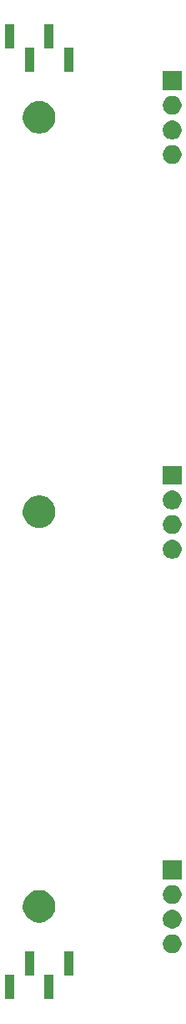
<source format=gts>
G04 #@! TF.GenerationSoftware,KiCad,Pcbnew,(5.0.2)-1*
G04 #@! TF.CreationDate,2019-10-12T15:34:41+09:00*
G04 #@! TF.ProjectId,relay,72656c61-792e-46b6-9963-61645f706362,rev?*
G04 #@! TF.SameCoordinates,Original*
G04 #@! TF.FileFunction,Soldermask,Top*
G04 #@! TF.FilePolarity,Negative*
%FSLAX46Y46*%
G04 Gerber Fmt 4.6, Leading zero omitted, Abs format (unit mm)*
G04 Created by KiCad (PCBNEW (5.0.2)-1) date 2019/10/12 15:34:41*
%MOMM*%
%LPD*%
G01*
G04 APERTURE LIST*
%ADD10C,0.100000*%
G04 APERTURE END LIST*
D10*
G36*
X146476000Y-144401000D02*
X145524000Y-144401000D01*
X145524000Y-141949000D01*
X146476000Y-141949000D01*
X146476000Y-144401000D01*
X146476000Y-144401000D01*
G37*
G36*
X142476000Y-144401000D02*
X141524000Y-144401000D01*
X141524000Y-141949000D01*
X142476000Y-141949000D01*
X142476000Y-144401000D01*
X142476000Y-144401000D01*
G37*
G36*
X144476000Y-142051000D02*
X143524000Y-142051000D01*
X143524000Y-139599000D01*
X144476000Y-139599000D01*
X144476000Y-142051000D01*
X144476000Y-142051000D01*
G37*
G36*
X148476000Y-142051000D02*
X147524000Y-142051000D01*
X147524000Y-139599000D01*
X148476000Y-139599000D01*
X148476000Y-142051000D01*
X148476000Y-142051000D01*
G37*
G36*
X158777396Y-137885546D02*
X158950466Y-137957234D01*
X159106230Y-138061312D01*
X159238688Y-138193770D01*
X159342766Y-138349534D01*
X159414454Y-138522604D01*
X159451000Y-138706333D01*
X159451000Y-138893667D01*
X159414454Y-139077396D01*
X159342766Y-139250466D01*
X159238688Y-139406230D01*
X159106230Y-139538688D01*
X158950466Y-139642766D01*
X158777396Y-139714454D01*
X158593667Y-139751000D01*
X158406333Y-139751000D01*
X158222604Y-139714454D01*
X158049534Y-139642766D01*
X157893770Y-139538688D01*
X157761312Y-139406230D01*
X157657234Y-139250466D01*
X157585546Y-139077396D01*
X157549000Y-138893667D01*
X157549000Y-138706333D01*
X157585546Y-138522604D01*
X157657234Y-138349534D01*
X157761312Y-138193770D01*
X157893770Y-138061312D01*
X158049534Y-137957234D01*
X158222604Y-137885546D01*
X158406333Y-137849000D01*
X158593667Y-137849000D01*
X158777396Y-137885546D01*
X158777396Y-137885546D01*
G37*
G36*
X158777396Y-135385546D02*
X158950466Y-135457234D01*
X159106230Y-135561312D01*
X159238688Y-135693770D01*
X159342766Y-135849534D01*
X159414454Y-136022604D01*
X159451000Y-136206333D01*
X159451000Y-136393667D01*
X159414454Y-136577396D01*
X159342766Y-136750466D01*
X159238688Y-136906230D01*
X159106230Y-137038688D01*
X158950466Y-137142766D01*
X158777396Y-137214454D01*
X158593667Y-137251000D01*
X158406333Y-137251000D01*
X158222604Y-137214454D01*
X158049534Y-137142766D01*
X157893770Y-137038688D01*
X157761312Y-136906230D01*
X157657234Y-136750466D01*
X157585546Y-136577396D01*
X157549000Y-136393667D01*
X157549000Y-136206333D01*
X157585546Y-136022604D01*
X157657234Y-135849534D01*
X157761312Y-135693770D01*
X157893770Y-135561312D01*
X158049534Y-135457234D01*
X158222604Y-135385546D01*
X158406333Y-135349000D01*
X158593667Y-135349000D01*
X158777396Y-135385546D01*
X158777396Y-135385546D01*
G37*
G36*
X145375256Y-133391298D02*
X145481579Y-133412447D01*
X145782042Y-133536903D01*
X146035611Y-133706333D01*
X146052454Y-133717587D01*
X146282413Y-133947546D01*
X146282415Y-133947549D01*
X146463097Y-134217958D01*
X146541081Y-134406227D01*
X146587553Y-134518422D01*
X146626547Y-134714454D01*
X146651000Y-134837391D01*
X146651000Y-135162609D01*
X146592396Y-135457234D01*
X146587553Y-135481578D01*
X146463098Y-135782040D01*
X146282413Y-136052454D01*
X146052454Y-136282413D01*
X146052451Y-136282415D01*
X145782042Y-136463097D01*
X145481579Y-136587553D01*
X145375256Y-136608702D01*
X145162611Y-136651000D01*
X144837389Y-136651000D01*
X144624744Y-136608702D01*
X144518421Y-136587553D01*
X144217958Y-136463097D01*
X143947549Y-136282415D01*
X143947546Y-136282413D01*
X143717587Y-136052454D01*
X143536902Y-135782040D01*
X143412447Y-135481578D01*
X143407605Y-135457234D01*
X143349000Y-135162609D01*
X143349000Y-134837391D01*
X143373454Y-134714454D01*
X143412447Y-134518422D01*
X143458920Y-134406227D01*
X143536903Y-134217958D01*
X143717585Y-133947549D01*
X143717587Y-133947546D01*
X143947546Y-133717587D01*
X143964389Y-133706333D01*
X144217958Y-133536903D01*
X144518421Y-133412447D01*
X144624744Y-133391298D01*
X144837389Y-133349000D01*
X145162611Y-133349000D01*
X145375256Y-133391298D01*
X145375256Y-133391298D01*
G37*
G36*
X158777396Y-132885546D02*
X158950466Y-132957234D01*
X159106230Y-133061312D01*
X159238688Y-133193770D01*
X159342766Y-133349534D01*
X159414454Y-133522604D01*
X159451000Y-133706333D01*
X159451000Y-133893667D01*
X159414454Y-134077396D01*
X159342766Y-134250466D01*
X159238688Y-134406230D01*
X159106230Y-134538688D01*
X158950466Y-134642766D01*
X158777396Y-134714454D01*
X158593667Y-134751000D01*
X158406333Y-134751000D01*
X158222604Y-134714454D01*
X158049534Y-134642766D01*
X157893770Y-134538688D01*
X157761312Y-134406230D01*
X157657234Y-134250466D01*
X157585546Y-134077396D01*
X157549000Y-133893667D01*
X157549000Y-133706333D01*
X157585546Y-133522604D01*
X157657234Y-133349534D01*
X157761312Y-133193770D01*
X157893770Y-133061312D01*
X158049534Y-132957234D01*
X158222604Y-132885546D01*
X158406333Y-132849000D01*
X158593667Y-132849000D01*
X158777396Y-132885546D01*
X158777396Y-132885546D01*
G37*
G36*
X159451000Y-132251000D02*
X157549000Y-132251000D01*
X157549000Y-130349000D01*
X159451000Y-130349000D01*
X159451000Y-132251000D01*
X159451000Y-132251000D01*
G37*
G36*
X158777396Y-97885546D02*
X158950466Y-97957234D01*
X159106230Y-98061312D01*
X159238688Y-98193770D01*
X159342766Y-98349534D01*
X159414454Y-98522604D01*
X159451000Y-98706333D01*
X159451000Y-98893667D01*
X159414454Y-99077396D01*
X159342766Y-99250466D01*
X159238688Y-99406230D01*
X159106230Y-99538688D01*
X158950466Y-99642766D01*
X158777396Y-99714454D01*
X158593667Y-99751000D01*
X158406333Y-99751000D01*
X158222604Y-99714454D01*
X158049534Y-99642766D01*
X157893770Y-99538688D01*
X157761312Y-99406230D01*
X157657234Y-99250466D01*
X157585546Y-99077396D01*
X157549000Y-98893667D01*
X157549000Y-98706333D01*
X157585546Y-98522604D01*
X157657234Y-98349534D01*
X157761312Y-98193770D01*
X157893770Y-98061312D01*
X158049534Y-97957234D01*
X158222604Y-97885546D01*
X158406333Y-97849000D01*
X158593667Y-97849000D01*
X158777396Y-97885546D01*
X158777396Y-97885546D01*
G37*
G36*
X158777396Y-95385546D02*
X158950466Y-95457234D01*
X159106230Y-95561312D01*
X159238688Y-95693770D01*
X159342766Y-95849534D01*
X159414454Y-96022604D01*
X159451000Y-96206333D01*
X159451000Y-96393667D01*
X159414454Y-96577396D01*
X159342766Y-96750466D01*
X159238688Y-96906230D01*
X159106230Y-97038688D01*
X158950466Y-97142766D01*
X158777396Y-97214454D01*
X158593667Y-97251000D01*
X158406333Y-97251000D01*
X158222604Y-97214454D01*
X158049534Y-97142766D01*
X157893770Y-97038688D01*
X157761312Y-96906230D01*
X157657234Y-96750466D01*
X157585546Y-96577396D01*
X157549000Y-96393667D01*
X157549000Y-96206333D01*
X157585546Y-96022604D01*
X157657234Y-95849534D01*
X157761312Y-95693770D01*
X157893770Y-95561312D01*
X158049534Y-95457234D01*
X158222604Y-95385546D01*
X158406333Y-95349000D01*
X158593667Y-95349000D01*
X158777396Y-95385546D01*
X158777396Y-95385546D01*
G37*
G36*
X145375256Y-93391298D02*
X145481579Y-93412447D01*
X145782042Y-93536903D01*
X146035611Y-93706333D01*
X146052454Y-93717587D01*
X146282413Y-93947546D01*
X146282415Y-93947549D01*
X146463097Y-94217958D01*
X146541081Y-94406227D01*
X146587553Y-94518422D01*
X146626547Y-94714454D01*
X146651000Y-94837391D01*
X146651000Y-95162609D01*
X146592396Y-95457234D01*
X146587553Y-95481578D01*
X146463098Y-95782040D01*
X146282413Y-96052454D01*
X146052454Y-96282413D01*
X146052451Y-96282415D01*
X145782042Y-96463097D01*
X145481579Y-96587553D01*
X145375256Y-96608702D01*
X145162611Y-96651000D01*
X144837389Y-96651000D01*
X144624744Y-96608702D01*
X144518421Y-96587553D01*
X144217958Y-96463097D01*
X143947549Y-96282415D01*
X143947546Y-96282413D01*
X143717587Y-96052454D01*
X143536902Y-95782040D01*
X143412447Y-95481578D01*
X143407605Y-95457234D01*
X143349000Y-95162609D01*
X143349000Y-94837391D01*
X143373454Y-94714454D01*
X143412447Y-94518422D01*
X143458920Y-94406227D01*
X143536903Y-94217958D01*
X143717585Y-93947549D01*
X143717587Y-93947546D01*
X143947546Y-93717587D01*
X143964389Y-93706333D01*
X144217958Y-93536903D01*
X144518421Y-93412447D01*
X144624744Y-93391298D01*
X144837389Y-93349000D01*
X145162611Y-93349000D01*
X145375256Y-93391298D01*
X145375256Y-93391298D01*
G37*
G36*
X158777396Y-92885546D02*
X158950466Y-92957234D01*
X159106230Y-93061312D01*
X159238688Y-93193770D01*
X159342766Y-93349534D01*
X159414454Y-93522604D01*
X159451000Y-93706333D01*
X159451000Y-93893667D01*
X159414454Y-94077396D01*
X159342766Y-94250466D01*
X159238688Y-94406230D01*
X159106230Y-94538688D01*
X158950466Y-94642766D01*
X158777396Y-94714454D01*
X158593667Y-94751000D01*
X158406333Y-94751000D01*
X158222604Y-94714454D01*
X158049534Y-94642766D01*
X157893770Y-94538688D01*
X157761312Y-94406230D01*
X157657234Y-94250466D01*
X157585546Y-94077396D01*
X157549000Y-93893667D01*
X157549000Y-93706333D01*
X157585546Y-93522604D01*
X157657234Y-93349534D01*
X157761312Y-93193770D01*
X157893770Y-93061312D01*
X158049534Y-92957234D01*
X158222604Y-92885546D01*
X158406333Y-92849000D01*
X158593667Y-92849000D01*
X158777396Y-92885546D01*
X158777396Y-92885546D01*
G37*
G36*
X159451000Y-92251000D02*
X157549000Y-92251000D01*
X157549000Y-90349000D01*
X159451000Y-90349000D01*
X159451000Y-92251000D01*
X159451000Y-92251000D01*
G37*
G36*
X158777396Y-57885546D02*
X158950466Y-57957234D01*
X159106230Y-58061312D01*
X159238688Y-58193770D01*
X159342766Y-58349534D01*
X159414454Y-58522604D01*
X159451000Y-58706333D01*
X159451000Y-58893667D01*
X159414454Y-59077396D01*
X159342766Y-59250466D01*
X159238688Y-59406230D01*
X159106230Y-59538688D01*
X158950466Y-59642766D01*
X158777396Y-59714454D01*
X158593667Y-59751000D01*
X158406333Y-59751000D01*
X158222604Y-59714454D01*
X158049534Y-59642766D01*
X157893770Y-59538688D01*
X157761312Y-59406230D01*
X157657234Y-59250466D01*
X157585546Y-59077396D01*
X157549000Y-58893667D01*
X157549000Y-58706333D01*
X157585546Y-58522604D01*
X157657234Y-58349534D01*
X157761312Y-58193770D01*
X157893770Y-58061312D01*
X158049534Y-57957234D01*
X158222604Y-57885546D01*
X158406333Y-57849000D01*
X158593667Y-57849000D01*
X158777396Y-57885546D01*
X158777396Y-57885546D01*
G37*
G36*
X158777396Y-55385546D02*
X158950466Y-55457234D01*
X159106230Y-55561312D01*
X159238688Y-55693770D01*
X159342766Y-55849534D01*
X159414454Y-56022604D01*
X159451000Y-56206333D01*
X159451000Y-56393667D01*
X159414454Y-56577396D01*
X159342766Y-56750466D01*
X159238688Y-56906230D01*
X159106230Y-57038688D01*
X158950466Y-57142766D01*
X158777396Y-57214454D01*
X158593667Y-57251000D01*
X158406333Y-57251000D01*
X158222604Y-57214454D01*
X158049534Y-57142766D01*
X157893770Y-57038688D01*
X157761312Y-56906230D01*
X157657234Y-56750466D01*
X157585546Y-56577396D01*
X157549000Y-56393667D01*
X157549000Y-56206333D01*
X157585546Y-56022604D01*
X157657234Y-55849534D01*
X157761312Y-55693770D01*
X157893770Y-55561312D01*
X158049534Y-55457234D01*
X158222604Y-55385546D01*
X158406333Y-55349000D01*
X158593667Y-55349000D01*
X158777396Y-55385546D01*
X158777396Y-55385546D01*
G37*
G36*
X145375256Y-53391298D02*
X145481579Y-53412447D01*
X145782042Y-53536903D01*
X146035611Y-53706333D01*
X146052454Y-53717587D01*
X146282413Y-53947546D01*
X146282415Y-53947549D01*
X146463097Y-54217958D01*
X146541081Y-54406227D01*
X146587553Y-54518422D01*
X146626547Y-54714454D01*
X146651000Y-54837391D01*
X146651000Y-55162609D01*
X146592396Y-55457234D01*
X146587553Y-55481578D01*
X146463098Y-55782040D01*
X146282413Y-56052454D01*
X146052454Y-56282413D01*
X146052451Y-56282415D01*
X145782042Y-56463097D01*
X145481579Y-56587553D01*
X145375256Y-56608702D01*
X145162611Y-56651000D01*
X144837389Y-56651000D01*
X144624744Y-56608702D01*
X144518421Y-56587553D01*
X144217958Y-56463097D01*
X143947549Y-56282415D01*
X143947546Y-56282413D01*
X143717587Y-56052454D01*
X143536902Y-55782040D01*
X143412447Y-55481578D01*
X143407605Y-55457234D01*
X143349000Y-55162609D01*
X143349000Y-54837391D01*
X143373454Y-54714454D01*
X143412447Y-54518422D01*
X143458920Y-54406227D01*
X143536903Y-54217958D01*
X143717585Y-53947549D01*
X143717587Y-53947546D01*
X143947546Y-53717587D01*
X143964389Y-53706333D01*
X144217958Y-53536903D01*
X144518421Y-53412447D01*
X144624744Y-53391298D01*
X144837389Y-53349000D01*
X145162611Y-53349000D01*
X145375256Y-53391298D01*
X145375256Y-53391298D01*
G37*
G36*
X158777396Y-52885546D02*
X158950466Y-52957234D01*
X159106230Y-53061312D01*
X159238688Y-53193770D01*
X159342766Y-53349534D01*
X159414454Y-53522604D01*
X159451000Y-53706333D01*
X159451000Y-53893667D01*
X159414454Y-54077396D01*
X159342766Y-54250466D01*
X159238688Y-54406230D01*
X159106230Y-54538688D01*
X158950466Y-54642766D01*
X158777396Y-54714454D01*
X158593667Y-54751000D01*
X158406333Y-54751000D01*
X158222604Y-54714454D01*
X158049534Y-54642766D01*
X157893770Y-54538688D01*
X157761312Y-54406230D01*
X157657234Y-54250466D01*
X157585546Y-54077396D01*
X157549000Y-53893667D01*
X157549000Y-53706333D01*
X157585546Y-53522604D01*
X157657234Y-53349534D01*
X157761312Y-53193770D01*
X157893770Y-53061312D01*
X158049534Y-52957234D01*
X158222604Y-52885546D01*
X158406333Y-52849000D01*
X158593667Y-52849000D01*
X158777396Y-52885546D01*
X158777396Y-52885546D01*
G37*
G36*
X159451000Y-52251000D02*
X157549000Y-52251000D01*
X157549000Y-50349000D01*
X159451000Y-50349000D01*
X159451000Y-52251000D01*
X159451000Y-52251000D01*
G37*
G36*
X148476000Y-50401000D02*
X147524000Y-50401000D01*
X147524000Y-47949000D01*
X148476000Y-47949000D01*
X148476000Y-50401000D01*
X148476000Y-50401000D01*
G37*
G36*
X144476000Y-50401000D02*
X143524000Y-50401000D01*
X143524000Y-47949000D01*
X144476000Y-47949000D01*
X144476000Y-50401000D01*
X144476000Y-50401000D01*
G37*
G36*
X146476000Y-48051000D02*
X145524000Y-48051000D01*
X145524000Y-45599000D01*
X146476000Y-45599000D01*
X146476000Y-48051000D01*
X146476000Y-48051000D01*
G37*
G36*
X142476000Y-48051000D02*
X141524000Y-48051000D01*
X141524000Y-45599000D01*
X142476000Y-45599000D01*
X142476000Y-48051000D01*
X142476000Y-48051000D01*
G37*
M02*

</source>
